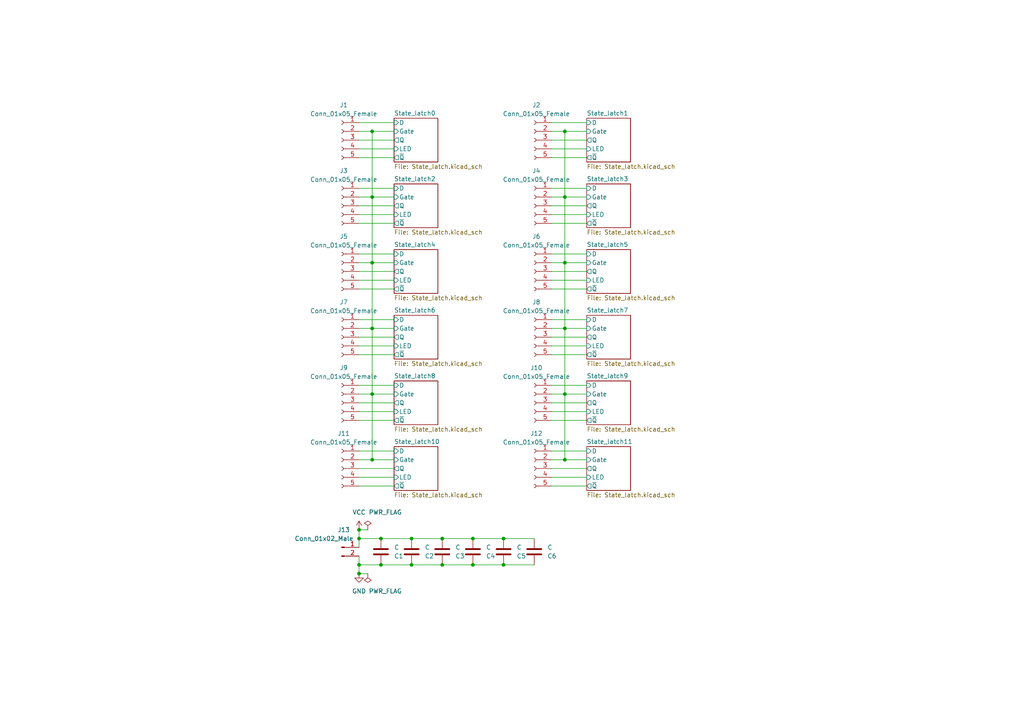
<source format=kicad_sch>
(kicad_sch (version 20211123) (generator eeschema)
  (paper "A4")
  (lib_symbols
    (symbol "Connector:Conn_01x02_Male" (pin_names (offset 1.016) hide)
      (property "Reference" "J" (at 0 2.54 0))
      (property "Value" "Conn_01x02_Male" (at 0 -5.08 0))
      (symbol "Conn_01x02_Male_1_1"
        (polyline (pts (xy 1.27 -2.54) (xy 0.8636 -2.54)) (stroke (width 0.1524)))
        (polyline (pts (xy 1.27 0) (xy 0.8636 0)) (stroke (width 0.1524)))
        (rectangle (start 0.8636 -2.413) (end 0 -2.667) (stroke (width 0.1524)) (fill (type outline)))
        (rectangle (start 0.8636 0.127) (end 0 -0.127) (stroke (width 0.1524)) (fill (type outline)))
        (pin passive line (at 5.08 0 180) (length 3.81) (name "Pin_1") (number "1"))
        (pin passive line (at 5.08 -2.54 180) (length 3.81) (name "Pin_2") (number "2"))
      )
    )
    (symbol "Connector:Conn_01x05_Female" (pin_names (offset 1.016) hide)
      (property "Reference" "J" (at 0 7.62 0))
      (property "Value" "Conn_01x05_Female" (at 0 -7.62 0))
      (symbol "Conn_01x05_Female_1_1"
        (arc (start 0 -4.572) (mid -0.508 -5.08) (end 0 -5.588) (stroke (width 0.1524)))
        (arc (start 0 -2.032) (mid -0.508 -2.54) (end 0 -3.048) (stroke (width 0.1524)))
        (polyline (pts (xy -1.27 -5.08) (xy -0.508 -5.08)) (stroke (width 0.1524)))
        (polyline (pts (xy -1.27 -2.54) (xy -0.508 -2.54)) (stroke (width 0.1524)))
        (polyline (pts (xy -1.27 0) (xy -0.508 0)) (stroke (width 0.1524)))
        (polyline (pts (xy -1.27 2.54) (xy -0.508 2.54)) (stroke (width 0.1524)))
        (polyline (pts (xy -1.27 5.08) (xy -0.508 5.08)) (stroke (width 0.1524)))
        (arc (start 0 0.508) (mid -0.508 0) (end 0 -0.508) (stroke (width 0.1524)))
        (arc (start 0 3.048) (mid -0.508 2.54) (end 0 2.032) (stroke (width 0.1524)))
        (arc (start 0 5.588) (mid -0.508 5.08) (end 0 4.572) (stroke (width 0.1524)))
        (pin passive line (at -5.08 5.08 0) (length 3.81) (name "Pin_1") (number "1"))
        (pin passive line (at -5.08 2.54 0) (length 3.81) (name "Pin_2") (number "2"))
        (pin passive line (at -5.08 0 0) (length 3.81) (name "Pin_3") (number "3"))
        (pin passive line (at -5.08 -2.54 0) (length 3.81) (name "Pin_4") (number "4"))
        (pin passive line (at -5.08 -5.08 0) (length 3.81) (name "Pin_5") (number "5"))
      )
    )
    (symbol "Device:C" (pin_numbers hide) (pin_names (offset 0.254))
      (property "Reference" "C" (at 0.635 2.54 0))
      (property "Value" "C" (at 0.635 -2.54 0))
      (symbol "C_0_1"
        (polyline (pts (xy -2.032 -0.762) (xy 2.032 -0.762)) (stroke (width 0.508)))
        (polyline (pts (xy -2.032 0.762) (xy 2.032 0.762)) (stroke (width 0.508)))
      )
      (symbol "C_1_1"
        (pin passive line (at 0 3.81 270) (length 2.794) (name "~") (number "1"))
        (pin passive line (at 0 -3.81 90) (length 2.794) (name "~") (number "2"))
      )
    )
    (symbol "power:GND" (power) (pin_names (offset 0))
      (property "Value" "GND" (at 0 -3.81 0))
      (symbol "GND_0_1"
        (polyline (pts (xy 0 0) (xy 0 -1.27) (xy 1.27 -1.27) (xy 0 -2.54) (xy -1.27 -1.27) (xy 0 -1.27)))
      )
      (symbol "GND_1_1"
        (pin power_in line (at 0 0 270) (length 0) hide (name "GND") (number "1"))
      )
    )
    (symbol "power:PWR_FLAG" (power) (pin_numbers hide) (pin_names (offset 0) hide)
      (property "Value" "PWR_FLAG" (at 0 3.81 0))
      (symbol "PWR_FLAG_0_0"
        (pin power_out line (at 0 0 90) (length 0) (name "pwr") (number "1"))
      )
      (symbol "PWR_FLAG_0_1"
        (polyline (pts (xy 0 0) (xy 0 1.27) (xy -1.016 1.905) (xy 0 2.54) (xy 1.016 1.905) (xy 0 1.27)))
      )
    )
    (symbol "power:VCC" (power) (pin_names (offset 0))
      (property "Value" "VCC" (at 0 3.81 0))
      (symbol "VCC_0_1"
        (polyline (pts (xy -0.762 1.27) (xy 0 2.54)))
        (polyline (pts (xy 0 0) (xy 0 2.54)))
        (polyline (pts (xy 0 2.54) (xy 0.762 1.27)))
      )
      (symbol "VCC_1_1"
        (pin power_in line (at 0 0 90) (length 0) hide (name "VCC") (number "1"))
      )
    )
  )
  (junction (at 104.14 153.67))
  (junction (at 128.27 163.83))
  (junction (at 107.95 38.1))
  (junction (at 146.05 156.21))
  (junction (at 107.95 76.2))
  (junction (at 107.95 95.25))
  (junction (at 107.95 57.15))
  (junction (at 107.95 114.3))
  (junction (at 110.49 163.83))
  (junction (at 107.95 133.35))
  (junction (at 110.49 156.21))
  (junction (at 104.14 156.21))
  (junction (at 104.14 163.83))
  (junction (at 163.83 38.1))
  (junction (at 119.38 156.21))
  (junction (at 146.05 163.83))
  (junction (at 128.27 156.21))
  (junction (at 104.14 166.37))
  (junction (at 137.16 156.21))
  (junction (at 163.83 133.35))
  (junction (at 163.83 114.3))
  (junction (at 163.83 76.2))
  (junction (at 163.83 57.15))
  (junction (at 163.83 95.25))
  (junction (at 137.16 163.83))
  (junction (at 119.38 163.83))
  (wire (pts (xy 160.02 116.84) (xy 170.18 116.84)))
  (wire (pts (xy 137.16 163.83) (xy 146.05 163.83)))
  (wire (pts (xy 104.14 121.92) (xy 114.3 121.92)))
  (wire (pts (xy 104.14 40.64) (xy 114.3 40.64)))
  (wire (pts (xy 160.02 140.97) (xy 170.18 140.97)))
  (wire (pts (xy 104.14 138.43) (xy 114.3 138.43)))
  (wire (pts (xy 160.02 73.66) (xy 170.18 73.66)))
  (wire (pts (xy 104.14 156.21) (xy 104.14 158.75)))
  (wire (pts (xy 146.05 156.21) (xy 154.94 156.21)))
  (wire (pts (xy 104.14 135.89) (xy 114.3 135.89)))
  (wire (pts (xy 128.27 156.21) (xy 137.16 156.21)))
  (wire (pts (xy 104.14 116.84) (xy 114.3 116.84)))
  (wire (pts (xy 160.02 40.64) (xy 170.18 40.64)))
  (wire (pts (xy 160.02 102.87) (xy 170.18 102.87)))
  (wire (pts (xy 104.14 153.67) (xy 104.14 156.21)))
  (wire (pts (xy 160.02 45.72) (xy 170.18 45.72)))
  (wire (pts (xy 160.02 62.23) (xy 170.18 62.23)))
  (wire (pts (xy 160.02 83.82) (xy 170.18 83.82)))
  (wire (pts (xy 160.02 38.1) (xy 163.83 38.1)))
  (wire (pts (xy 104.14 78.74) (xy 114.3 78.74)))
  (wire (pts (xy 104.14 92.71) (xy 114.3 92.71)))
  (wire (pts (xy 104.14 166.37) (xy 106.68 166.37)))
  (wire (pts (xy 104.14 133.35) (xy 107.95 133.35)))
  (wire (pts (xy 160.02 92.71) (xy 170.18 92.71)))
  (wire (pts (xy 104.14 163.83) (xy 104.14 166.37)))
  (wire (pts (xy 104.14 64.77) (xy 114.3 64.77)))
  (wire (pts (xy 160.02 135.89) (xy 170.18 135.89)))
  (wire (pts (xy 160.02 81.28) (xy 170.18 81.28)))
  (wire (pts (xy 163.83 57.15) (xy 163.83 76.2)))
  (wire (pts (xy 104.14 83.82) (xy 114.3 83.82)))
  (wire (pts (xy 104.14 35.56) (xy 114.3 35.56)))
  (wire (pts (xy 104.14 59.69) (xy 114.3 59.69)))
  (wire (pts (xy 163.83 38.1) (xy 170.18 38.1)))
  (wire (pts (xy 160.02 133.35) (xy 163.83 133.35)))
  (wire (pts (xy 160.02 111.76) (xy 170.18 111.76)))
  (wire (pts (xy 107.95 57.15) (xy 107.95 76.2)))
  (wire (pts (xy 107.95 95.25) (xy 107.95 114.3)))
  (wire (pts (xy 104.14 97.79) (xy 114.3 97.79)))
  (wire (pts (xy 104.14 73.66) (xy 114.3 73.66)))
  (wire (pts (xy 104.14 163.83) (xy 110.49 163.83)))
  (wire (pts (xy 119.38 163.83) (xy 128.27 163.83)))
  (wire (pts (xy 160.02 100.33) (xy 170.18 100.33)))
  (wire (pts (xy 104.14 95.25) (xy 107.95 95.25)))
  (wire (pts (xy 104.14 54.61) (xy 114.3 54.61)))
  (wire (pts (xy 163.83 76.2) (xy 170.18 76.2)))
  (wire (pts (xy 163.83 114.3) (xy 170.18 114.3)))
  (wire (pts (xy 160.02 76.2) (xy 163.83 76.2)))
  (wire (pts (xy 107.95 114.3) (xy 114.3 114.3)))
  (wire (pts (xy 163.83 38.1) (xy 163.83 57.15)))
  (wire (pts (xy 107.95 57.15) (xy 114.3 57.15)))
  (wire (pts (xy 104.14 81.28) (xy 114.3 81.28)))
  (wire (pts (xy 107.95 133.35) (xy 114.3 133.35)))
  (wire (pts (xy 160.02 114.3) (xy 163.83 114.3)))
  (wire (pts (xy 104.14 76.2) (xy 107.95 76.2)))
  (wire (pts (xy 119.38 156.21) (xy 128.27 156.21)))
  (wire (pts (xy 104.14 153.67) (xy 106.68 153.67)))
  (wire (pts (xy 160.02 138.43) (xy 170.18 138.43)))
  (wire (pts (xy 104.14 161.29) (xy 104.14 163.83)))
  (wire (pts (xy 107.95 38.1) (xy 107.95 57.15)))
  (wire (pts (xy 104.14 62.23) (xy 114.3 62.23)))
  (wire (pts (xy 146.05 163.83) (xy 154.94 163.83)))
  (wire (pts (xy 160.02 64.77) (xy 170.18 64.77)))
  (wire (pts (xy 163.83 133.35) (xy 170.18 133.35)))
  (wire (pts (xy 104.14 57.15) (xy 107.95 57.15)))
  (wire (pts (xy 104.14 130.81) (xy 114.3 130.81)))
  (wire (pts (xy 163.83 95.25) (xy 170.18 95.25)))
  (wire (pts (xy 104.14 114.3) (xy 107.95 114.3)))
  (wire (pts (xy 104.14 38.1) (xy 107.95 38.1)))
  (wire (pts (xy 160.02 59.69) (xy 170.18 59.69)))
  (wire (pts (xy 163.83 95.25) (xy 163.83 114.3)))
  (wire (pts (xy 107.95 95.25) (xy 114.3 95.25)))
  (wire (pts (xy 128.27 163.83) (xy 137.16 163.83)))
  (wire (pts (xy 107.95 114.3) (xy 107.95 133.35)))
  (wire (pts (xy 110.49 156.21) (xy 119.38 156.21)))
  (wire (pts (xy 104.14 111.76) (xy 114.3 111.76)))
  (wire (pts (xy 110.49 163.83) (xy 119.38 163.83)))
  (wire (pts (xy 160.02 121.92) (xy 170.18 121.92)))
  (wire (pts (xy 163.83 76.2) (xy 163.83 95.25)))
  (wire (pts (xy 104.14 100.33) (xy 114.3 100.33)))
  (wire (pts (xy 160.02 95.25) (xy 163.83 95.25)))
  (wire (pts (xy 163.83 114.3) (xy 163.83 133.35)))
  (wire (pts (xy 104.14 43.18) (xy 114.3 43.18)))
  (wire (pts (xy 160.02 35.56) (xy 170.18 35.56)))
  (wire (pts (xy 160.02 78.74) (xy 170.18 78.74)))
  (wire (pts (xy 104.14 140.97) (xy 114.3 140.97)))
  (wire (pts (xy 160.02 43.18) (xy 170.18 43.18)))
  (wire (pts (xy 163.83 57.15) (xy 170.18 57.15)))
  (wire (pts (xy 160.02 130.81) (xy 170.18 130.81)))
  (wire (pts (xy 160.02 97.79) (xy 170.18 97.79)))
  (wire (pts (xy 104.14 45.72) (xy 114.3 45.72)))
  (wire (pts (xy 104.14 119.38) (xy 114.3 119.38)))
  (wire (pts (xy 137.16 156.21) (xy 146.05 156.21)))
  (wire (pts (xy 160.02 57.15) (xy 163.83 57.15)))
  (wire (pts (xy 107.95 76.2) (xy 107.95 95.25)))
  (wire (pts (xy 107.95 38.1) (xy 114.3 38.1)))
  (wire (pts (xy 160.02 119.38) (xy 170.18 119.38)))
  (wire (pts (xy 104.14 102.87) (xy 114.3 102.87)))
  (wire (pts (xy 160.02 54.61) (xy 170.18 54.61)))
  (wire (pts (xy 104.14 156.21) (xy 110.49 156.21)))
  (wire (pts (xy 107.95 76.2) (xy 114.3 76.2)))
  (symbol (lib_id "Connector:Conn_01x05_Female") (at 99.06 97.79 0) (mirror y) (unit 1)
    (property "Reference" "J7" (at 99.695 87.63 0))
    (property "Value" "Conn_01x05_Female" (at 99.695 90.17 0))
    (property "Footprint" "Connector_PinSocket_2.54mm:PinSocket_1x05_P2.54mm_Vertical" (effects hide))
  )
  (symbol (lib_id "Connector:Conn_01x05_Female") (at 154.94 116.84 0) (mirror y) (unit 1)
    (property "Reference" "J10" (at 155.575 106.68 0))
    (property "Value" "Conn_01x05_Female" (at 155.575 109.22 0))
    (property "Footprint" "Connector_PinSocket_2.54mm:PinSocket_1x05_P2.54mm_Vertical" (effects hide))
  )
  (symbol (lib_id "Device:C") (at 146.05 160.02 0) (mirror x) (unit 1)
    (property "Reference" "C5" (at 149.86 161.2901 0) (effects (justify left)))
    (property "Value" "C" (at 149.86 158.7501 0) (effects (justify left)))
    (property "Footprint" "Capacitor_THT:C_Disc_D7.5mm_W2.5mm_P5.00mm" (effects hide))
  )
  (symbol (lib_id "Connector:Conn_01x05_Female") (at 99.06 78.74 0) (mirror y) (unit 1)
    (property "Reference" "J5" (at 99.695 68.58 0))
    (property "Value" "Conn_01x05_Female" (at 99.695 71.12 0))
    (property "Footprint" "Connector_PinSocket_2.54mm:PinSocket_1x05_P2.54mm_Vertical" (effects hide))
  )
  (symbol (lib_id "Connector:Conn_01x05_Female") (at 154.94 135.89 0) (mirror y) (unit 1)
    (property "Reference" "J12" (at 155.575 125.73 0))
    (property "Value" "Conn_01x05_Female" (at 155.575 128.27 0))
    (property "Footprint" "Connector_PinSocket_2.54mm:PinSocket_1x05_P2.54mm_Vertical" (effects hide))
  )
  (symbol (lib_id "Connector:Conn_01x05_Female") (at 99.06 40.64 0) (mirror y) (unit 1)
    (property "Reference" "J1" (at 99.695 30.48 0))
    (property "Value" "Conn_01x05_Female" (at 99.695 33.02 0))
    (property "Footprint" "Connector_PinSocket_2.54mm:PinSocket_1x05_P2.54mm_Vertical" (effects hide))
  )
  (symbol (lib_id "Connector:Conn_01x05_Female") (at 154.94 59.69 0) (mirror y) (unit 1)
    (property "Reference" "J4" (at 155.575 49.53 0))
    (property "Value" "Conn_01x05_Female" (at 155.575 52.07 0))
    (property "Footprint" "Connector_PinSocket_2.54mm:PinSocket_1x05_P2.54mm_Vertical" (effects hide))
  )
  (symbol (lib_id "Connector:Conn_01x05_Female") (at 99.06 59.69 0) (mirror y) (unit 1)
    (property "Reference" "J3" (at 99.695 49.53 0))
    (property "Value" "Conn_01x05_Female" (at 99.695 52.07 0))
    (property "Footprint" "Connector_PinSocket_2.54mm:PinSocket_1x05_P2.54mm_Vertical" (effects hide))
  )
  (symbol (lib_id "Device:C") (at 137.16 160.02 0) (mirror x) (unit 1)
    (property "Reference" "C4" (at 140.97 161.2901 0) (effects (justify left)))
    (property "Value" "C" (at 140.97 158.7501 0) (effects (justify left)))
    (property "Footprint" "Capacitor_THT:C_Disc_D7.5mm_W2.5mm_P5.00mm" (effects hide))
  )
  (symbol (lib_id "power:GND") (at 104.14 166.37 0) (unit 1)
    (property "Reference" "#PWR02" (effects hide))
    (property "Value" "GND" (at 104.14 171.45 0))
  )
  (symbol (lib_id "Connector:Conn_01x05_Female") (at 99.06 116.84 0) (mirror y) (unit 1)
    (property "Reference" "J9" (at 99.695 106.68 0))
    (property "Value" "Conn_01x05_Female" (at 99.695 109.22 0))
    (property "Footprint" "Connector_PinSocket_2.54mm:PinSocket_1x05_P2.54mm_Vertical" (effects hide))
  )
  (symbol (lib_id "Device:C") (at 110.49 160.02 0) (mirror x) (unit 1)
    (property "Reference" "C1" (at 114.3 161.2901 0) (effects (justify left)))
    (property "Value" "C" (at 114.3 158.7501 0) (effects (justify left)))
    (property "Footprint" "Capacitor_THT:C_Disc_D7.5mm_W2.5mm_P5.00mm" (effects hide))
  )
  (symbol (lib_id "Device:C") (at 119.38 160.02 0) (mirror x) (unit 1)
    (property "Reference" "C2" (at 123.19 161.2901 0) (effects (justify left)))
    (property "Value" "C" (at 123.19 158.7501 0) (effects (justify left)))
    (property "Footprint" "Capacitor_THT:C_Disc_D7.5mm_W2.5mm_P5.00mm" (effects hide))
  )
  (symbol (lib_id "Connector:Conn_01x05_Female") (at 99.06 135.89 0) (mirror y) (unit 1)
    (property "Reference" "J11" (at 99.695 125.73 0))
    (property "Value" "Conn_01x05_Female" (at 99.695 128.27 0))
    (property "Footprint" "Connector_PinSocket_2.54mm:PinSocket_1x05_P2.54mm_Vertical" (effects hide))
  )
  (symbol (lib_id "Connector:Conn_01x02_Male") (at 99.06 158.75 0) (unit 1)
    (property "Reference" "J13" (at 99.695 153.67 0))
    (property "Value" "Conn_01x02_Male" (at 93.98 156.21 0))
    (property "Footprint" "Connector_PinHeader_2.54mm:PinHeader_1x02_P2.54mm_Vertical" (effects hide))
  )
  (symbol (lib_id "Connector:Conn_01x05_Female") (at 154.94 40.64 0) (mirror y) (unit 1)
    (property "Reference" "J2" (at 155.575 30.48 0))
    (property "Value" "Conn_01x05_Female" (at 155.575 33.02 0))
    (property "Footprint" "Connector_PinSocket_2.54mm:PinSocket_1x05_P2.54mm_Vertical" (effects hide))
  )
  (symbol (lib_id "Device:C") (at 128.27 160.02 0) (mirror x) (unit 1)
    (property "Reference" "C3" (at 132.08 161.2901 0) (effects (justify left)))
    (property "Value" "C" (at 132.08 158.7501 0) (effects (justify left)))
    (property "Footprint" "Capacitor_THT:C_Disc_D7.5mm_W2.5mm_P5.00mm" (effects hide))
  )
  (symbol (lib_id "power:VCC") (at 104.14 153.67 0) (unit 1)
    (property "Reference" "#PWR01" (effects hide))
    (property "Value" "VCC" (at 104.14 148.59 0))
  )
  (symbol (lib_id "Device:C") (at 154.94 160.02 0) (mirror x) (unit 1)
    (property "Reference" "C6" (at 158.75 161.2901 0) (effects (justify left)))
    (property "Value" "C" (at 158.75 158.7501 0) (effects (justify left)))
    (property "Footprint" "Capacitor_THT:C_Disc_D7.5mm_W2.5mm_P5.00mm" (effects hide))
  )
  (symbol (lib_id "power:PWR_FLAG") (at 106.68 153.67 0) (unit 1)
    (property "Reference" "#FLG01" (effects hide))
    (property "Value" "PWR_FLAG" (at 111.76 148.59 0))
  )
  (symbol (lib_id "Connector:Conn_01x05_Female") (at 154.94 97.79 0) (mirror y) (unit 1)
    (property "Reference" "J8" (at 155.575 87.63 0))
    (property "Value" "Conn_01x05_Female" (at 155.575 90.17 0))
    (property "Footprint" "Connector_PinSocket_2.54mm:PinSocket_1x05_P2.54mm_Vertical" (effects hide))
  )
  (symbol (lib_id "power:PWR_FLAG") (at 106.68 166.37 0) (mirror x) (unit 1)
    (property "Reference" "#FLG02" (effects hide))
    (property "Value" "PWR_FLAG" (at 111.76 171.45 0))
  )
  (symbol (lib_id "Connector:Conn_01x05_Female") (at 154.94 78.74 0) (mirror y) (unit 1)
    (property "Reference" "J6" (at 155.575 68.58 0))
    (property "Value" "Conn_01x05_Female" (at 155.575 71.12 0))
    (property "Footprint" "Connector_PinSocket_2.54mm:PinSocket_1x05_P2.54mm_Vertical" (effects hide))
  )
  (sheet (at 170.18 110.49) (size 12.7 12.7) (stroke (width 0.1524))
    (property "Sheet name" "State_latch9" (at 170.18 109.7784 0) (effects (justify left bottom)))
    (property "Sheet file" "State_latch.kicad_sch" (at 170.18 123.7746 0) (effects (justify left top)))
    (pin "Q" output (at 170.18 116.84 180))
    (pin "~{Q}" output (at 170.18 121.92 180))
    (pin "D" input (at 170.18 111.76 180))
    (pin "Gate" input (at 170.18 114.3 180))
    (pin "LED" input (at 170.18 119.38 180))
  )
  (sheet (at 114.3 34.29) (size 12.7 12.7) (stroke (width 0.1524))
    (property "Sheet name" "State_latch0" (at 114.3 33.5784 0) (effects (justify left bottom)))
    (property "Sheet file" "State_latch.kicad_sch" (at 114.3 47.5746 0) (effects (justify left top)))
    (pin "Q" output (at 114.3 40.64 180))
    (pin "~{Q}" output (at 114.3 45.72 180))
    (pin "D" input (at 114.3 35.56 180))
    (pin "Gate" input (at 114.3 38.1 180))
    (pin "LED" input (at 114.3 43.18 180))
  )
  (sheet (at 170.18 34.29) (size 12.7 12.7) (stroke (width 0.1524))
    (property "Sheet name" "State_latch1" (at 170.18 33.5784 0) (effects (justify left bottom)))
    (property "Sheet file" "State_latch.kicad_sch" (at 170.18 47.5746 0) (effects (justify left top)))
    (pin "Q" output (at 170.18 40.64 180))
    (pin "~{Q}" output (at 170.18 45.72 180))
    (pin "D" input (at 170.18 35.56 180))
    (pin "Gate" input (at 170.18 38.1 180))
    (pin "LED" input (at 170.18 43.18 180))
  )
  (sheet (at 114.3 129.54) (size 12.7 12.7) (stroke (width 0.1524))
    (property "Sheet name" "State_latch10" (at 114.3 128.8284 0) (effects (justify left bottom)))
    (property "Sheet file" "State_latch.kicad_sch" (at 114.3 142.8246 0) (effects (justify left top)))
    (pin "Q" output (at 114.3 135.89 180))
    (pin "~{Q}" output (at 114.3 140.97 180))
    (pin "D" input (at 114.3 130.81 180))
    (pin "Gate" input (at 114.3 133.35 180))
    (pin "LED" input (at 114.3 138.43 180))
  )
  (sheet (at 114.3 53.34) (size 12.7 12.7) (stroke (width 0.1524))
    (property "Sheet name" "State_latch2" (at 114.3 52.6284 0) (effects (justify left bottom)))
    (property "Sheet file" "State_latch.kicad_sch" (at 114.3 66.6246 0) (effects (justify left top)))
    (pin "Q" output (at 114.3 59.69 180))
    (pin "~{Q}" output (at 114.3 64.77 180))
    (pin "D" input (at 114.3 54.61 180))
    (pin "Gate" input (at 114.3 57.15 180))
    (pin "LED" input (at 114.3 62.23 180))
  )
  (sheet (at 170.18 91.44) (size 12.7 12.7) (stroke (width 0.1524))
    (property "Sheet name" "State_latch7" (at 170.18 90.7284 0) (effects (justify left bottom)))
    (property "Sheet file" "State_latch.kicad_sch" (at 170.18 104.7246 0) (effects (justify left top)))
    (pin "Q" output (at 170.18 97.79 180))
    (pin "~{Q}" output (at 170.18 102.87 180))
    (pin "D" input (at 170.18 92.71 180))
    (pin "Gate" input (at 170.18 95.25 180))
    (pin "LED" input (at 170.18 100.33 180))
  )
  (sheet (at 170.18 53.34) (size 12.7 12.7) (stroke (width 0.1524))
    (property "Sheet name" "State_latch3" (at 170.18 52.6284 0) (effects (justify left bottom)))
    (property "Sheet file" "State_latch.kicad_sch" (at 170.18 66.6246 0) (effects (justify left top)))
    (pin "Q" output (at 170.18 59.69 180))
    (pin "~{Q}" output (at 170.18 64.77 180))
    (pin "D" input (at 170.18 54.61 180))
    (pin "Gate" input (at 170.18 57.15 180))
    (pin "LED" input (at 170.18 62.23 180))
  )
  (sheet (at 114.3 91.44) (size 12.7 12.7) (stroke (width 0.1524))
    (property "Sheet name" "State_latch6" (at 114.3 90.7284 0) (effects (justify left bottom)))
    (property "Sheet file" "State_latch.kicad_sch" (at 114.3 104.7246 0) (effects (justify left top)))
    (pin "Q" output (at 114.3 97.79 180))
    (pin "~{Q}" output (at 114.3 102.87 180))
    (pin "D" input (at 114.3 92.71 180))
    (pin "Gate" input (at 114.3 95.25 180))
    (pin "LED" input (at 114.3 100.33 180))
  )
  (sheet (at 114.3 72.39) (size 12.7 12.7) (stroke (width 0.1524))
    (property "Sheet name" "State_latch4" (at 114.3 71.6784 0) (effects (justify left bottom)))
    (property "Sheet file" "State_latch.kicad_sch" (at 114.3 85.6746 0) (effects (justify left top)))
    (pin "Q" output (at 114.3 78.74 180))
    (pin "~{Q}" output (at 114.3 83.82 180))
    (pin "D" input (at 114.3 73.66 180))
    (pin "Gate" input (at 114.3 76.2 180))
    (pin "LED" input (at 114.3 81.28 180))
  )
  (sheet (at 170.18 72.39) (size 12.7 12.7) (stroke (width 0.1524))
    (property "Sheet name" "State_latch5" (at 170.18 71.6784 0) (effects (justify left bottom)))
    (property "Sheet file" "State_latch.kicad_sch" (at 170.18 85.6746 0) (effects (justify left top)))
    (pin "Q" output (at 170.18 78.74 180))
    (pin "~{Q}" output (at 170.18 83.82 180))
    (pin "D" input (at 170.18 73.66 180))
    (pin "Gate" input (at 170.18 76.2 180))
    (pin "LED" input (at 170.18 81.28 180))
  )
  (sheet (at 170.18 129.54) (size 12.7 12.7) (stroke (width 0.1524))
    (property "Sheet name" "State_latch11" (at 170.18 128.8284 0) (effects (justify left bottom)))
    (property "Sheet file" "State_latch.kicad_sch" (at 170.18 142.8246 0) (effects (justify left top)))
    (pin "Q" output (at 170.18 135.89 180))
    (pin "~{Q}" output (at 170.18 140.97 180))
    (pin "D" input (at 170.18 130.81 180))
    (pin "Gate" input (at 170.18 133.35 180))
    (pin "LED" input (at 170.18 138.43 180))
  )
  (sheet (at 114.3 110.49) (size 12.7 12.7) (stroke (width 0.1524))
    (property "Sheet name" "State_latch8" (at 114.3 109.7784 0) (effects (justify left bottom)))
    (property "Sheet file" "State_latch.kicad_sch" (at 114.3 123.7746 0) (effects (justify left top)))
    (pin "Q" output (at 114.3 116.84 180))
    (pin "~{Q}" output (at 114.3 121.92 180))
    (pin "D" input (at 114.3 111.76 180))
    (pin "Gate" input (at 114.3 114.3 180))
    (pin "LED" input (at 114.3 119.38 180))
  )
)
</source>
